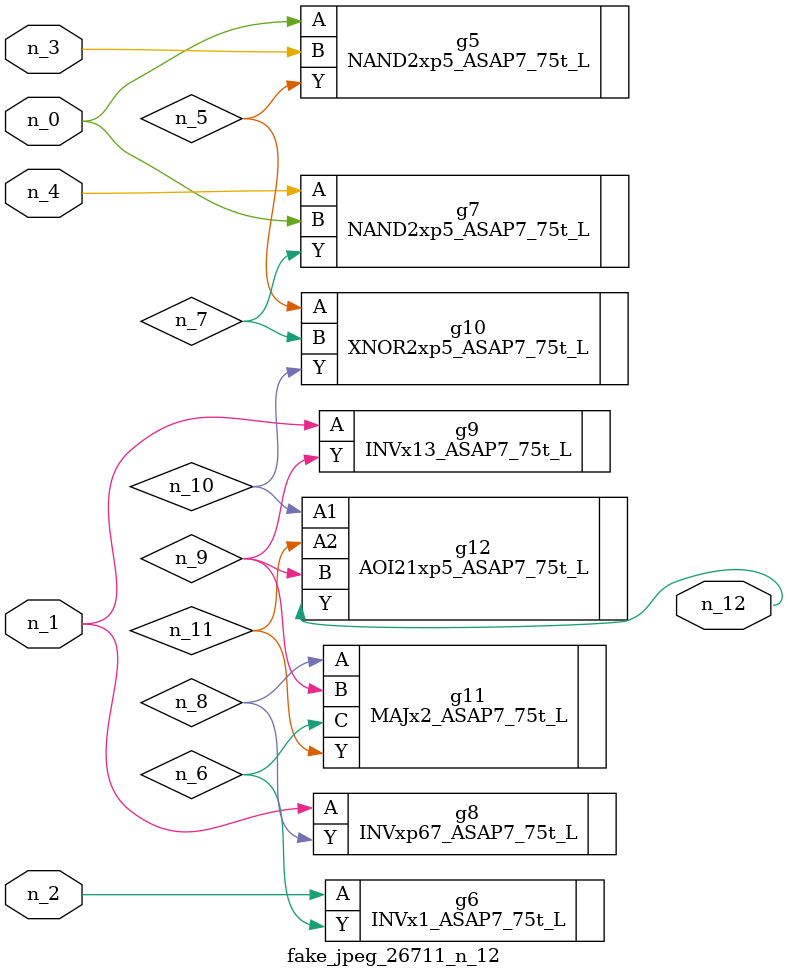
<source format=v>
module fake_jpeg_26711_n_12 (n_3, n_2, n_1, n_0, n_4, n_12);

input n_3;
input n_2;
input n_1;
input n_0;
input n_4;

output n_12;

wire n_11;
wire n_10;
wire n_8;
wire n_9;
wire n_6;
wire n_5;
wire n_7;

NAND2xp5_ASAP7_75t_L g5 ( 
.A(n_0),
.B(n_3),
.Y(n_5)
);

INVx1_ASAP7_75t_L g6 ( 
.A(n_2),
.Y(n_6)
);

NAND2xp5_ASAP7_75t_L g7 ( 
.A(n_4),
.B(n_0),
.Y(n_7)
);

INVxp67_ASAP7_75t_L g8 ( 
.A(n_1),
.Y(n_8)
);

INVx13_ASAP7_75t_L g9 ( 
.A(n_1),
.Y(n_9)
);

XNOR2xp5_ASAP7_75t_L g10 ( 
.A(n_5),
.B(n_7),
.Y(n_10)
);

AOI21xp5_ASAP7_75t_L g12 ( 
.A1(n_10),
.A2(n_11),
.B(n_9),
.Y(n_12)
);

MAJx2_ASAP7_75t_L g11 ( 
.A(n_8),
.B(n_9),
.C(n_6),
.Y(n_11)
);


endmodule
</source>
